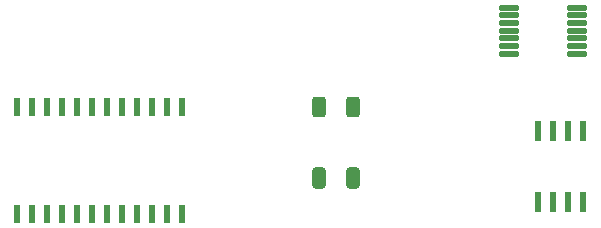
<source format=gbr>
%TF.GenerationSoftware,KiCad,Pcbnew,(6.0.1)*%
%TF.CreationDate,2022-04-12T22:30:48-05:00*%
%TF.ProjectId,singular_SIV,73696e67-756c-4617-925f-5349562e6b69,rev?*%
%TF.SameCoordinates,Original*%
%TF.FileFunction,Paste,Top*%
%TF.FilePolarity,Positive*%
%FSLAX46Y46*%
G04 Gerber Fmt 4.6, Leading zero omitted, Abs format (unit mm)*
G04 Created by KiCad (PCBNEW (6.0.1)) date 2022-04-12 22:30:48*
%MOMM*%
%LPD*%
G01*
G04 APERTURE LIST*
G04 Aperture macros list*
%AMRoundRect*
0 Rectangle with rounded corners*
0 $1 Rounding radius*
0 $2 $3 $4 $5 $6 $7 $8 $9 X,Y pos of 4 corners*
0 Add a 4 corners polygon primitive as box body*
4,1,4,$2,$3,$4,$5,$6,$7,$8,$9,$2,$3,0*
0 Add four circle primitives for the rounded corners*
1,1,$1+$1,$2,$3*
1,1,$1+$1,$4,$5*
1,1,$1+$1,$6,$7*
1,1,$1+$1,$8,$9*
0 Add four rect primitives between the rounded corners*
20,1,$1+$1,$2,$3,$4,$5,0*
20,1,$1+$1,$4,$5,$6,$7,0*
20,1,$1+$1,$6,$7,$8,$9,0*
20,1,$1+$1,$8,$9,$2,$3,0*%
G04 Aperture macros list end*
%ADD10RoundRect,0.250000X-0.312500X-0.625000X0.312500X-0.625000X0.312500X0.625000X-0.312500X0.625000X0*%
%ADD11RoundRect,0.020500X-0.764500X-0.184500X0.764500X-0.184500X0.764500X0.184500X-0.764500X0.184500X0*%
%ADD12R,0.600000X1.750000*%
%ADD13R,0.500000X1.500000*%
%ADD14RoundRect,0.250000X-0.325000X-0.650000X0.325000X-0.650000X0.325000X0.650000X-0.325000X0.650000X0*%
G04 APERTURE END LIST*
D10*
%TO.C,R1*%
X103472500Y-99880000D03*
X100547500Y-99880000D03*
%TD*%
D11*
%TO.C,O1*%
X122380000Y-91430000D03*
X122380000Y-92080000D03*
X122380000Y-92730000D03*
X122380000Y-93380000D03*
X122380000Y-94030000D03*
X122380000Y-94680000D03*
X122380000Y-95330000D03*
X116640000Y-95330000D03*
X116640000Y-94680000D03*
X116640000Y-94030000D03*
X116640000Y-93380000D03*
X116640000Y-92730000D03*
X116640000Y-92080000D03*
X116640000Y-91430000D03*
%TD*%
D12*
%TO.C,DP1*%
X119105000Y-107880000D03*
X120375000Y-107880000D03*
X121645000Y-107880000D03*
X122915000Y-107880000D03*
X122915000Y-101880000D03*
X121645000Y-101880000D03*
X120375000Y-101880000D03*
X119105000Y-101880000D03*
%TD*%
D13*
%TO.C,DM1*%
X75025000Y-99880000D03*
X76295000Y-99880000D03*
X77565000Y-99880000D03*
X78835000Y-99880000D03*
X80105000Y-99880000D03*
X81375000Y-99880000D03*
X82645000Y-99880000D03*
X83915000Y-99880000D03*
X85185000Y-99880000D03*
X86455000Y-99880000D03*
X87725000Y-99880000D03*
X88995000Y-99880000D03*
X88995000Y-108880000D03*
X87725000Y-108880000D03*
X86455000Y-108880000D03*
X85185000Y-108880000D03*
X83915000Y-108880000D03*
X82645000Y-108880000D03*
X81375000Y-108880000D03*
X80105000Y-108880000D03*
X78835000Y-108880000D03*
X77565000Y-108880000D03*
X76295000Y-108880000D03*
X75025000Y-108880000D03*
%TD*%
D14*
%TO.C,C1*%
X103485000Y-105880000D03*
X100535000Y-105880000D03*
%TD*%
M02*

</source>
